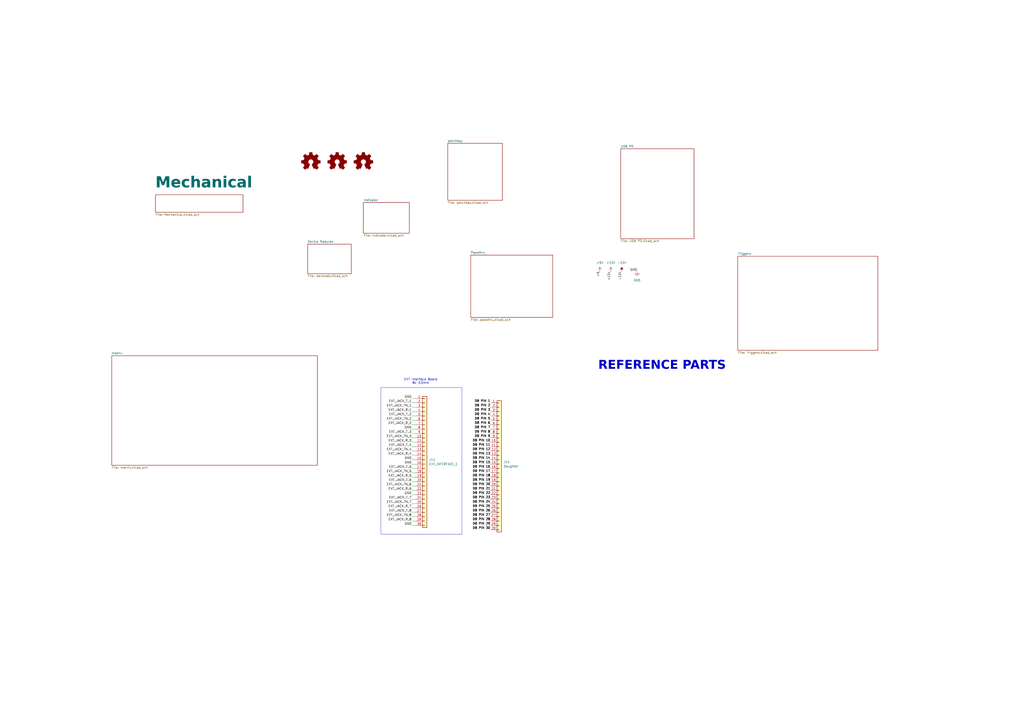
<source format=kicad_sch>
(kicad_sch (version 20231120) (generator "eeschema") (generator_version "8.0")
  (paper "A2")
  (title_block (title "Audio Thing Template") (date "2024-11-13") (rev "1.0") (company "velvia-fifty") (comment 1 "https://github.com/velvia-fifty/AudioThings") (comment 2 "You should have changed this already :)") (comment 4 "Stay humble"))
  (lib_symbols
    (symbol "Connector_Generic:Conn_01x30" (pin_names (offset 1.016) hide)
      (property "Reference" "J" (at 0 38.1 0))
      (property "Value" "Conn_01x30" (at 0 -40.64 0))
      (symbol "Conn_01x30_1_1"
        (rectangle (start -1.27 -37.973) (end 0 -38.227) (stroke (width 0.1524)))
        (rectangle (start -1.27 -35.433) (end 0 -35.687) (stroke (width 0.1524)))
        (rectangle (start -1.27 -32.893) (end 0 -33.147) (stroke (width 0.1524)))
        (rectangle (start -1.27 -30.353) (end 0 -30.607) (stroke (width 0.1524)))
        (rectangle (start -1.27 -27.813) (end 0 -28.067) (stroke (width 0.1524)))
        (rectangle (start -1.27 -25.273) (end 0 -25.527) (stroke (width 0.1524)))
        (rectangle (start -1.27 -22.733) (end 0 -22.987) (stroke (width 0.1524)))
        (rectangle (start -1.27 -20.193) (end 0 -20.447) (stroke (width 0.1524)))
        (rectangle (start -1.27 -17.653) (end 0 -17.907) (stroke (width 0.1524)))
        (rectangle (start -1.27 -15.113) (end 0 -15.367) (stroke (width 0.1524)))
        (rectangle (start -1.27 -12.573) (end 0 -12.827) (stroke (width 0.1524)))
        (rectangle (start -1.27 -10.033) (end 0 -10.287) (stroke (width 0.1524)))
        (rectangle (start -1.27 -7.493) (end 0 -7.747) (stroke (width 0.1524)))
        (rectangle (start -1.27 -4.953) (end 0 -5.207) (stroke (width 0.1524)))
        (rectangle (start -1.27 -2.413) (end 0 -2.667) (stroke (width 0.1524)))
        (rectangle (start -1.27 0.127) (end 0 -0.127) (stroke (width 0.1524)))
        (rectangle (start -1.27 2.667) (end 0 2.413) (stroke (width 0.1524)))
        (rectangle (start -1.27 5.207) (end 0 4.953) (stroke (width 0.1524)))
        (rectangle (start -1.27 7.747) (end 0 7.493) (stroke (width 0.1524)))
        (rectangle (start -1.27 10.287) (end 0 10.033) (stroke (width 0.1524)))
        (rectangle (start -1.27 12.827) (end 0 12.573) (stroke (width 0.1524)))
        (rectangle (start -1.27 15.367) (end 0 15.113) (stroke (width 0.1524)))
        (rectangle (start -1.27 17.907) (end 0 17.653) (stroke (width 0.1524)))
        (rectangle (start -1.27 20.447) (end 0 20.193) (stroke (width 0.1524)))
        (rectangle (start -1.27 22.987) (end 0 22.733) (stroke (width 0.1524)))
        (rectangle (start -1.27 25.527) (end 0 25.273) (stroke (width 0.1524)))
        (rectangle (start -1.27 28.067) (end 0 27.813) (stroke (width 0.1524)))
        (rectangle (start -1.27 30.607) (end 0 30.353) (stroke (width 0.1524)))
        (rectangle (start -1.27 33.147) (end 0 32.893) (stroke (width 0.1524)))
        (rectangle (start -1.27 35.687) (end 0 35.433) (stroke (width 0.1524)))
        (rectangle (start -1.27 36.83) (end 1.27 -39.37) (stroke (width 0.254)) (fill (type background)))
        (pin passive line (at -5.08 35.56 0) (length 3.81) (name "Pin_1") (number "1"))
        (pin passive line (at -5.08 12.7 0) (length 3.81) (name "Pin_10") (number "10"))
        (pin passive line (at -5.08 10.16 0) (length 3.81) (name "Pin_11") (number "11"))
        (pin passive line (at -5.08 7.62 0) (length 3.81) (name "Pin_12") (number "12"))
        (pin passive line (at -5.08 5.08 0) (length 3.81) (name "Pin_13") (number "13"))
        (pin passive line (at -5.08 2.54 0) (length 3.81) (name "Pin_14") (number "14"))
        (pin passive line (at -5.08 0 0) (length 3.81) (name "Pin_15") (number "15"))
        (pin passive line (at -5.08 -2.54 0) (length 3.81) (name "Pin_16") (number "16"))
        (pin passive line (at -5.08 -5.08 0) (length 3.81) (name "Pin_17") (number "17"))
        (pin passive line (at -5.08 -7.62 0) (length 3.81) (name "Pin_18") (number "18"))
        (pin passive line (at -5.08 -10.16 0) (length 3.81) (name "Pin_19") (number "19"))
        (pin passive line (at -5.08 33.02 0) (length 3.81) (name "Pin_2") (number "2"))
        (pin passive line (at -5.08 -12.7 0) (length 3.81) (name "Pin_20") (number "20"))
        (pin passive line (at -5.08 -15.24 0) (length 3.81) (name "Pin_21") (number "21"))
        (pin passive line (at -5.08 -17.78 0) (length 3.81) (name "Pin_22") (number "22"))
        (pin passive line (at -5.08 -20.32 0) (length 3.81) (name "Pin_23") (number "23"))
        (pin passive line (at -5.08 -22.86 0) (length 3.81) (name "Pin_24") (number "24"))
        (pin passive line (at -5.08 -25.4 0) (length 3.81) (name "Pin_25") (number "25"))
        (pin passive line (at -5.08 -27.94 0) (length 3.81) (name "Pin_26") (number "26"))
        (pin passive line (at -5.08 -30.48 0) (length 3.81) (name "Pin_27") (number "27"))
        (pin passive line (at -5.08 -33.02 0) (length 3.81) (name "Pin_28") (number "28"))
        (pin passive line (at -5.08 -35.56 0) (length 3.81) (name "Pin_29") (number "29"))
        (pin passive line (at -5.08 30.48 0) (length 3.81) (name "Pin_3") (number "3"))
        (pin passive line (at -5.08 -38.1 0) (length 3.81) (name "Pin_30") (number "30"))
        (pin passive line (at -5.08 27.94 0) (length 3.81) (name "Pin_4") (number "4"))
        (pin passive line (at -5.08 25.4 0) (length 3.81) (name "Pin_5") (number "5"))
        (pin passive line (at -5.08 22.86 0) (length 3.81) (name "Pin_6") (number "6"))
        (pin passive line (at -5.08 20.32 0) (length 3.81) (name "Pin_7") (number "7"))
        (pin passive line (at -5.08 17.78 0) (length 3.81) (name "Pin_8") (number "8"))
        (pin passive line (at -5.08 15.24 0) (length 3.81) (name "Pin_9") (number "9"))
      )
    )
    (symbol "Graphic:Logo_Open_Hardware_Small" (in_bom no) (on_board no)
      (symbol "Logo_Open_Hardware_Small_0_1"
        (polyline (pts (xy 3.3528 -4.3434) (xy 3.302 -4.318) (xy 3.175 -4.2418) (xy 2.9972 -4.1148) (xy 2.7686 -3.9624) (xy 2.54 -3.81) (xy 2.3622 -3.7084) (xy 2.2352 -3.6068) (xy 2.1844 -3.5814) (xy 2.159 -3.6068) (xy 2.0574 -3.6576) (xy 1.905 -3.7338) (xy 1.8034 -3.7846) (xy 1.6764 -3.8354) (xy 1.6002 -3.8354) (xy 1.6002 -3.8354) (xy 1.5494 -3.7338) (xy 1.4732 -3.5306) (xy 1.3462 -3.302) (xy 1.2446 -3.0226) (xy 1.1176 -2.7178) (xy 0.9652 -2.413) (xy 0.8636 -2.1082) (xy 0.7366 -1.8288) (xy 0.6604 -1.6256) (xy 0.6096 -1.4732) (xy 0.5842 -1.397) (xy 0.5842 -1.397) (xy 0.6604 -1.3208) (xy 0.7874 -1.2446) (xy 1.0414 -1.016) (xy 1.2954 -0.6858) (xy 1.4478 -0.3302) (xy 1.524 0.0762) (xy 1.4732 0.4572) (xy 1.3208 0.8128) (xy 1.0668 1.143) (xy 0.762 1.3716) (xy 0.4064 1.524) (xy 0 1.5748) (xy -0.381 1.5494) (xy -0.7366 1.397) (xy -1.0668 1.143) (xy -1.2192 0.9906) (xy -1.397 0.6604) (xy -1.524 0.3048) (xy -1.524 0.2286) (xy -1.4986 -0.1778) (xy -1.397 -0.5334) (xy -1.1938 -0.8636) (xy -0.9144 -1.143) (xy -0.8636 -1.1684) (xy -0.7366 -1.27) (xy -0.635 -1.3462) (xy -0.5842 -1.397) (xy -1.0668 -2.5908) (xy -1.143 -2.794) (xy -1.2954 -3.1242) (xy -1.397 -3.4036) (xy -1.4986 -3.6322) (xy -1.5748 -3.7846) (xy -1.6002 -3.8354) (xy -1.6002 -3.8354) (xy -1.651 -3.8354) (xy -1.7272 -3.81) (xy -1.905 -3.7338) (xy -2.0066 -3.683) (xy -2.1336 -3.6068) (xy -2.2098 -3.5814) (xy -2.2606 -3.6068) (xy -2.3622 -3.683) (xy -2.54 -3.81) (xy -2.7686 -3.9624) (xy -2.9718 -4.0894) (xy -3.1496 -4.2164) (xy -3.302 -4.318) (xy -3.3528 -4.3434) (xy -3.3782 -4.3434) (xy -3.429 -4.318) (xy -3.5306 -4.2164) (xy -3.7084 -4.064) (xy -3.937 -3.8354) (xy -3.9624 -3.81) (xy -4.1656 -3.6068) (xy -4.318 -3.4544) (xy -4.4196 -3.3274) (xy -4.445 -3.2766) (xy -4.445 -3.2766) (xy -4.4196 -3.2258) (xy -4.318 -3.0734) (xy -4.2164 -2.8956) (xy -4.064 -2.667) (xy -3.6576 -2.0828) (xy -3.8862 -1.5494) (xy -3.937 -1.3716) (xy -4.0386 -1.1684) (xy -4.0894 -1.0414) (xy -4.1148 -0.9652) (xy -4.191 -0.9398) (xy -4.318 -0.9144) (xy -4.5466 -0.8636) (xy -4.8006 -0.8128) (xy -5.0546 -0.7874) (xy -5.2578 -0.7366) (xy -5.4356 -0.7112) (xy -5.5118 -0.6858) (xy -5.5118 -0.6858) (xy -5.5372 -0.635) (xy -5.5372 -0.5588) (xy -5.5372 -0.4318) (xy -5.5626 -0.2286) (xy -5.5626 0.0762) (xy -5.5626 0.127) (xy -5.5372 0.4064) (xy -5.5372 0.635) (xy -5.5372 0.762) (xy -5.5372 0.8382) (xy -5.5372 0.8382) (xy -5.461 0.8382) (xy -5.3086 0.889) (xy -5.08 0.9144) (xy -4.826 0.9652) (xy -4.8006 0.9906) (xy -4.5466 1.0414) (xy -4.318 1.0668) (xy -4.1656 1.1176) (xy -4.0894 1.143) (xy -4.0894 1.143) (xy -4.0386 1.2446) (xy -3.9624 1.4224) (xy -3.8608 1.6256) (xy -3.7846 1.8288) (xy -3.7084 2.0066) (xy -3.6576 2.159) (xy -3.6322 2.2098) (xy -3.6322 2.2098) (xy -3.683 2.286) (xy -3.7592 2.413) (xy -3.8862 2.5908) (xy -4.064 2.8194) (xy -4.064 2.8448) (xy -4.2164 3.0734) (xy -4.3434 3.2512) (xy -4.4196 3.3782) (xy -4.445 3.4544) (xy -4.445 3.4544) (xy -4.3942 3.5052) (xy -4.2926 3.6322) (xy -4.1148 3.81) (xy -3.937 4.0132) (xy -3.8608 4.064) (xy -3.6576 4.2926) (xy -3.5052 4.4196) (xy -3.4036 4.4958) (xy -3.3528 4.5212) (xy -3.3528 4.5212) (xy -3.302 4.4704) (xy -3.1496 4.3688) (xy -2.9718 4.2418) (xy -2.7432 4.0894) (xy -2.7178 4.0894) (xy -2.4892 3.937) (xy -2.3114 3.81) (xy -2.1844 3.7084) (xy -2.1336 3.683) (xy -2.1082 3.683) (xy -2.032 3.7084) (xy -1.8542 3.7592) (xy -1.6764 3.8354) (xy -1.4732 3.937) (xy -1.27 4.0132) (xy -1.143 4.064) (xy -1.0668 4.1148) (xy -1.0668 4.1148) (xy -1.0414 4.191) (xy -1.016 4.3434) (xy -0.9652 4.572) (xy -0.9144 4.8514) (xy -0.889 4.9022) (xy -0.8382 5.1562) (xy -0.8128 5.3848) (xy -0.7874 5.5372) (xy -0.762 5.588) (xy -0.7112 5.6134) (xy -0.5842 5.6134) (xy -0.4064 5.6134) (xy -0.1524 5.6134) (xy 0.0762 5.6134) (xy 0.3302 5.6134) (xy 0.5334 5.6134) (xy 0.6858 5.588) (xy 0.7366 5.588) (xy 0.7366 5.588) (xy 0.762 5.5118) (xy 0.8128 5.334) (xy 0.8382 5.1054) (xy 0.9144 4.826) (xy 0.9144 4.7752) (xy 0.9652 4.5212) (xy 1.016 4.2926) (xy 1.0414 4.1402) (xy 1.0668 4.0894) (xy 1.0668 4.0894) (xy 1.1938 4.0386) (xy 1.3716 3.9624) (xy 1.5748 3.8608) (xy 2.0828 3.6576) (xy 2.7178 4.0894) (xy 2.7686 4.1402) (xy 2.9972 4.2926) (xy 3.175 4.4196) (xy 3.302 4.4958) (xy 3.3782 4.5212) (xy 3.3782 4.5212) (xy 3.429 4.4704) (xy 3.556 4.3434) (xy 3.7338 4.191) (xy 3.9116 3.9878) (xy 4.064 3.8354) (xy 4.2418 3.6576) (xy 4.3434 3.556) (xy 4.4196 3.4798) (xy 4.4196 3.429) (xy 4.4196 3.4036) (xy 4.3942 3.3274) (xy 4.2926 3.2004) (xy 4.1656 2.9972) (xy 4.0132 2.794) (xy 3.8862 2.5908) (xy 3.7592 2.3876) (xy 3.6576 2.2352) (xy 3.6322 2.159) (xy 3.6322 2.1336) (xy 3.683 2.0066) (xy 3.7592 1.8288) (xy 3.8608 1.6002) (xy 4.064 1.1176) (xy 4.3942 1.0414) (xy 4.5974 1.016) (xy 4.8768 0.9652) (xy 5.1308 0.9144) (xy 5.5372 0.8382) (xy 5.5626 -0.6604) (xy 5.4864 -0.6858) (xy 5.4356 -0.6858) (xy 5.2832 -0.7366) (xy 5.0546 -0.762) (xy 4.8006 -0.8128) (xy 4.5974 -0.8636) (xy 4.3688 -0.9144) (xy 4.2164 -0.9398) (xy 4.1402 -0.9398) (xy 4.1148 -0.9652) (xy 4.064 -1.0668) (xy 3.9878 -1.2446) (xy 3.9116 -1.4478) (xy 3.81 -1.651) (xy 3.7338 -1.8542) (xy 3.683 -2.0066) (xy 3.6576 -2.0828) (xy 3.683 -2.1336) (xy 3.7846 -2.2606) (xy 3.8862 -2.4638) (xy 4.0386 -2.667) (xy 4.191 -2.8956) (xy 4.318 -3.0734) (xy 4.3942 -3.2004) (xy 4.445 -3.2766) (xy 4.4196 -3.3274) (xy 4.3434 -3.429) (xy 4.1656 -3.5814) (xy 3.937 -3.8354) (xy 3.8862 -3.8608) (xy 3.683 -4.064) (xy 3.5306 -4.2164) (xy 3.4036 -4.318) (xy 3.3528 -4.3434)) (fill (type outline)))
      )
    )
    (symbol "power:+12V" (power) (pin_numbers hide) (pin_names (offset 0) hide)
      (property "Value" "+12V" (at 0 3.556 0))
      (symbol "+12V_0_1"
        (polyline (pts (xy -0.762 1.27) (xy 0 2.54)))
        (polyline (pts (xy 0 0) (xy 0 2.54)))
        (polyline (pts (xy 0 2.54) (xy 0.762 1.27)))
      )
      (symbol "+12V_1_1"
        (pin power_in line (at 0 0 90) (length 0) (name "~") (number "1"))
      )
    )
    (symbol "power:+5V" (power) (pin_numbers hide) (pin_names (offset 0) hide)
      (property "Value" "+5V" (at 0 3.556 0))
      (symbol "+5V_0_1"
        (polyline (pts (xy -0.762 1.27) (xy 0 2.54)))
        (polyline (pts (xy 0 0) (xy 0 2.54)))
        (polyline (pts (xy 0 2.54) (xy 0.762 1.27)))
      )
      (symbol "+5V_1_1"
        (pin power_in line (at 0 0 90) (length 0) (name "~") (number "1"))
      )
    )
    (symbol "power:-12V" (power) (pin_numbers hide) (pin_names (offset 0) hide)
      (property "Value" "-12V" (at 0 3.556 0))
      (symbol "-12V_0_0"
        (pin power_in line (at 0 0 90) (length 0) (name "~") (number "1"))
      )
      (symbol "-12V_0_1"
        (polyline (pts (xy 0 0) (xy 0 1.27) (xy 0.762 1.27) (xy 0 2.54) (xy -0.762 1.27) (xy 0 1.27)) (fill (type outline)))
      )
    )
    (symbol "power:GND" (power) (pin_numbers hide) (pin_names (offset 0) hide)
      (property "Value" "GND" (at 0 -3.81 0))
      (symbol "GND_0_1"
        (polyline (pts (xy 0 0) (xy 0 -1.27) (xy 1.27 -1.27) (xy 0 -2.54) (xy -1.27 -1.27) (xy 0 -1.27)))
      )
      (symbol "GND_1_1"
        (pin power_in line (at 0 0 270) (length 0) (name "~") (number "1"))
      )
    )
  )
  (wire (pts (xy 241.3 284.48) (xy 238.76 284.48)))
  (wire (pts (xy 241.3 261.62) (xy 238.76 261.62)))
  (wire (pts (xy 241.3 289.56) (xy 238.76 289.56)))
  (wire (pts (xy 241.3 271.78) (xy 238.76 271.78)))
  (wire (pts (xy 241.3 231.14) (xy 238.76 231.14)))
  (wire (pts (xy 241.3 233.68) (xy 238.76 233.68)))
  (wire (pts (xy 241.3 251.46) (xy 238.76 251.46)))
  (wire (pts (xy 241.3 266.7) (xy 238.76 266.7)))
  (wire (pts (xy 241.3 256.54) (xy 238.76 256.54)))
  (wire (pts (xy 241.3 238.76) (xy 238.76 238.76)))
  (wire (pts (xy 241.3 254) (xy 238.76 254)))
  (wire (pts (xy 241.3 259.08) (xy 238.76 259.08)))
  (wire (pts (xy 241.3 248.92) (xy 238.76 248.92)))
  (wire (pts (xy 241.3 241.3) (xy 238.76 241.3)))
  (wire (pts (xy 241.3 236.22) (xy 238.76 236.22)))
  (wire (pts (xy 241.3 264.16) (xy 238.76 264.16)))
  (wire (pts (xy 241.3 304.8) (xy 238.76 304.8)))
  (wire (pts (xy 241.3 281.94) (xy 238.76 281.94)))
  (wire (pts (xy 241.3 279.4) (xy 238.76 279.4)))
  (wire (pts (xy 241.3 274.32) (xy 238.76 274.32)))
  (wire (pts (xy 241.3 243.84) (xy 238.76 243.84)))
  (wire (pts (xy 241.3 297.18) (xy 238.76 297.18)))
  (wire (pts (xy 241.3 269.24) (xy 238.76 269.24)))
  (wire (pts (xy 241.3 299.72) (xy 238.76 299.72)))
  (wire (pts (xy 241.3 302.26) (xy 238.76 302.26)))
  (wire (pts (xy 241.3 294.64) (xy 238.76 294.64)))
  (wire (pts (xy 241.3 276.86) (xy 238.76 276.86)))
  (wire (pts (xy 241.3 246.38) (xy 238.76 246.38)))
  (wire (pts (xy 241.3 287.02) (xy 238.76 287.02)))
  (wire (pts (xy 241.3 292.1) (xy 238.76 292.1)))
  (rectangle (start 220.98 224.79) (end 267.97 309.88))
  (text "REFERENCE PARTS" (at 384.048 213.36 0) (effects (font (size 5.08 5.08) (thickness 1.016) (bold yes))))
  (text "EXT Interface Board\n8x 3.5mm" (at 244.094 221.234 0) (effects (font (size 1.27 1.27))))
  (label "+5" (at 347.98 157.48 270))
  (label "EXT_JACK_TN_1" (at 238.76 236.22 180))
  (label "GND" (at 238.76 266.7 180))
  (label "EXT_JACK_T_4" (at 238.76 259.08 180))
  (label "GND" (at 238.76 231.14 180))
  (label "DB PIN 8" (at 284.48 251.46 180) (effects (font (thickness 0.254) (bold yes))))
  (label "DB PIN 28" (at 284.48 302.26 180) (effects (font (thickness 0.254) (bold yes))))
  (label "DB PIN 20" (at 284.48 281.94 180) (effects (font (thickness 0.254) (bold yes))))
  (label "DB PIN 11" (at 284.48 259.08 180) (effects (font (thickness 0.254) (bold yes))))
  (label "EXT_JACK_T_3" (at 238.76 251.46 180))
  (label "GND" (at 238.76 248.92 180))
  (label "EXT_JACK_TN_4" (at 238.76 261.62 180))
  (label "DB PIN 14" (at 284.48 266.7 180) (effects (font (thickness 0.254) (bold yes))))
  (label "DB PIN 24" (at 284.48 292.1 180) (effects (font (thickness 0.254) (bold yes))))
  (label "EXT_JACK_R_3" (at 238.76 256.54 180))
  (label "DB PIN 3" (at 284.48 238.76 180) (effects (font (thickness 0.254) (bold yes))))
  (label "DB PIN 13" (at 284.48 264.16 180) (effects (font (thickness 0.254) (bold yes))))
  (label "-12v" (at 360.68 157.48 270))
  (label "DB PIN 18" (at 284.48 276.86 180) (effects (font (thickness 0.254) (bold yes))))
  (label "EXT_JACK_R_2" (at 238.76 246.38 180))
  (label "EXT_JACK_R_8" (at 238.76 302.26 180))
  (label "GND" (at 369.57 157.48 180))
  (label "EXT_JACK_T_2" (at 238.76 241.3 180))
  (label "GND" (at 238.76 287.02 180))
  (label "EXT_JACK_T_5" (at 238.76 271.78 180))
  (label "EXT_JACK_TN_7" (at 238.76 292.1 180))
  (label "DB PIN 10" (at 284.48 256.54 180) (effects (font (thickness 0.254) (bold yes))))
  (label "DB PIN 30" (at 284.48 307.34 180) (effects (font (thickness 0.254) (bold yes))))
  (label "EXT_JACK_TN_5" (at 238.76 274.32 180))
  (label "EXT_JACK_TN_2" (at 238.76 243.84 180))
  (label "EXT_JACK_TN_8" (at 238.76 299.72 180))
  (label "EXT_JACK_R_7" (at 238.76 294.64 180))
  (label "DB PIN 7" (at 284.48 248.92 180) (effects (font (thickness 0.254) (bold yes))))
  (label "DB PIN 9" (at 284.48 254 180) (effects (font (thickness 0.254) (bold yes))))
  (label "EXT_JACK_R_4" (at 238.76 264.16 180))
  (label "DB PIN 1" (at 284.48 233.68 180) (effects (font (thickness 0.254) (bold yes))))
  (label "DB PIN 2" (at 284.48 236.22 180) (effects (font (thickness 0.254) (bold yes))))
  (label "GND" (at 238.76 269.24 180))
  (label "GND" (at 238.76 304.8 180))
  (label "DB PIN 15" (at 284.48 269.24 180) (effects (font (thickness 0.254) (bold yes))))
  (label "DB PIN 19" (at 284.48 279.4 180) (effects (font (thickness 0.254) (bold yes))))
  (label "EXT_JACK_TN_6" (at 238.76 281.94 180))
  (label "DB PIN 21" (at 284.48 284.48 180) (effects (font (thickness 0.254) (bold yes))))
  (label "DB PIN 4" (at 284.48 241.3 180) (effects (font (thickness 0.254) (bold yes))))
  (label "DB PIN 25" (at 284.48 294.64 180) (effects (font (thickness 0.254) (bold yes))))
  (label "DB PIN 12" (at 284.48 261.62 180) (effects (font (thickness 0.254) (bold yes))))
  (label "DB PIN 29" (at 284.48 304.8 180) (effects (font (thickness 0.254) (bold yes))))
  (label "DB PIN 22" (at 284.48 287.02 180) (effects (font (thickness 0.254) (bold yes))))
  (label "EXT_JACK_R_1" (at 238.76 238.76 180))
  (label "EXT_JACK_R_6" (at 238.76 284.48 180))
  (label "EXT_JACK_T_6" (at 238.76 279.4 180))
  (label "DB PIN 6" (at 284.48 246.38 180) (effects (font (thickness 0.254) (bold yes))))
  (label "EXT_JACK_TN_3" (at 238.76 254 180))
  (label "+12v" (at 354.33 157.48 270))
  (label "DB PIN 16" (at 284.48 271.78 180) (effects (font (thickness 0.254) (bold yes))))
  (label "DB PIN 23" (at 284.48 289.56 180) (effects (font (thickness 0.254) (bold yes))))
  (label "EXT_JACK_T_8" (at 238.76 297.18 180))
  (label "EXT_JACK_T_1" (at 238.76 233.68 180))
  (label "EXT_JACK_R_5" (at 238.76 276.86 180))
  (label "DB PIN 5" (at 284.48 243.84 180) (effects (font (thickness 0.254) (bold yes))))
  (label "DB PIN 17" (at 284.48 274.32 180) (effects (font (thickness 0.254) (bold yes))))
  (label "DB PIN 27" (at 284.48 299.72 180) (effects (font (thickness 0.254) (bold yes))))
  (label "EXT_JACK_T_7" (at 238.76 289.56 180))
  (label "DB PIN 26" (at 284.48 297.18 180) (effects (font (thickness 0.254) (bold yes))))
  (symbol (lib_id "power:-12V") (at 360.68 157.48 0) (unit 1)
    (property "Reference" "#PWR023" (effects (hide yes)))
    (property "Value" "-12V" (at 360.68 152.4 0))
    (property "Description" "Power symbol creates a global label with name \"-12V\"" (effects (hide yes)))
  )
  (symbol (lib_id "Graphic:Logo_Open_Hardware_Small") (at 210.82 93.98 0) (unit 1) (exclude_from_sim yes) (in_bom no) (on_board no)
    (property "Reference" "#SYM3" (effects (hide yes)))
    (property "Value" "CC" (effects (hide yes)))
    (property "Footprint" "Symbol:Symbol_CreativeCommons_SilkScreenTop_Type2_Big" (effects (hide yes)))
    (property "Description" "CC" (effects (hide yes)))
  )
  (symbol (lib_id "power:+5V") (at 347.98 157.48 0) (unit 1)
    (property "Reference" "#PWR021" (effects (hide yes)))
    (property "Value" "+5V" (at 347.98 152.4 0))
    (property "Description" "Power symbol creates a global label with name \"+5V\"" (effects (hide yes)))
  )
  (symbol (lib_id "Connector_Generic:Conn_01x30") (at 289.56 269.24 0) (unit 1) (on_board no)
    (property "Reference" "J14" (at 292.1 267.9699 0) (effects (justify left)))
    (property "Value" "Daughter" (at 292.1 270.5099 0) (effects (justify left)))
    (property "Footprint" "AT-Footprints:AMPHENOL_SFV30R-4STE1HLF - FFC - 30 RA" (effects (hide yes)))
    (property "Description" "Generic connector, single row, 01x30, script generated (kicad-library-utils/schlib/autogen/connector/)" (effects (hide yes)))
  )
  (symbol (lib_id "power:GND") (at 369.57 157.48 0) (unit 1)
    (property "Reference" "#PWR024" (effects (hide yes)))
    (property "Value" "GND" (at 369.57 162.56 0))
    (property "Description" "Power symbol creates a global label with name \"GND\" , ground" (effects (hide yes)))
  )
  (symbol (lib_id "power:+12V") (at 354.33 157.48 0) (unit 1)
    (property "Reference" "#PWR022" (effects (hide yes)))
    (property "Value" "+12V" (at 354.33 152.4 0))
    (property "Description" "Power symbol creates a global label with name \"+12V\"" (effects (hide yes)))
  )
  (symbol (lib_id "Graphic:Logo_Open_Hardware_Small") (at 195.58 93.98 0) (unit 1) (exclude_from_sim yes) (in_bom no) (on_board no)
    (property "Reference" "#SYM2" (effects (hide yes)))
    (property "Value" "Logo Kicad" (effects (hide yes)))
    (property "Footprint" "Symbol:KiCad-Logo2_5mm_SilkScreen" (effects (hide yes)))
    (property "Description" "Logo Kicadx" (effects (hide yes)))
  )
  (symbol (lib_id "Graphic:Logo_Open_Hardware_Small") (at 180.34 93.98 0) (unit 1) (exclude_from_sim yes) (in_bom no)
    (property "Reference" "#SYM1" (effects (hide yes)))
    (property "Value" "Logo_Open_Hardware_Small" (effects (hide yes)))
    (property "Footprint" "Symbol:OSHW-Logo2_7.3x6mm_SilkScreen" (effects (hide yes)))
    (property "Description" "Open Hardware logo, small" (effects (hide yes)))
  )
  (symbol (lib_id "Connector_Generic:Conn_01x30") (at 246.38 266.7 0) (unit 1) (on_board no)
    (property "Reference" "J11" (at 248.92 266.6999 0) (effects (justify left)))
    (property "Value" "EXT_INTERFACE_1" (at 248.92 269.2399 0) (effects (justify left)))
    (property "Footprint" "AT-Footprints:AMPHENOL_SFV30R-4STE1HLF - FFC - 30 RA" (effects (hide yes)))
    (property "Description" "Generic connector, single row, 01x30, script generated (kicad-library-utils/schlib/autogen/connector/)" (effects (hide yes)))
  )
  (sheet (at 178.435 141.605) (size 25.4 17.145) (stroke (width 0.1524))
    (property "Sheetname" "Device Modules" (at 178.435 140.8934 0) (effects (justify left bottom)))
    (property "Sheetfile" "devmods.kicad_sch" (at 178.435 159.3346 0) (effects (justify left top)))
  )
  (sheet (at 210.82 117.475) (size 26.67 17.78) (stroke (width 0.1524))
    (property "Sheetname" "Indicator" (at 210.82 116.7634 0) (effects (justify left bottom)))
    (property "Sheetfile" "Indicator.kicad_sch" (at 210.82 135.8396 0) (effects (justify left top)))
  )
  (sheet (at 360.045 86.36) (size 42.545 52.07) (stroke (width 0.1524))
    (property "Sheetname" "USB PD" (at 360.045 85.6484 0) (effects (justify left bottom)))
    (property "Sheetfile" "USB PD.kicad_sch" (at 360.045 139.0146 0) (effects (justify left top)))
  )
  (sheet (at 259.715 83.185) (size 31.75 33.02) (stroke (width 0.1524))
    (property "Sheetname" "patchbay" (at 259.715 82.4734 0) (effects (justify left bottom)))
    (property "Sheetfile" "patchbay.kicad_sch" (at 259.715 116.7896 0) (effects (justify left top)))
  )
  (sheet (at 427.99 148.59) (size 81.28 54.61) (stroke (width 0.1524))
    (property "Sheetname" "Triggers" (at 427.99 147.8784 0) (effects (justify left bottom)))
    (property "Sheetfile" "Triggers.kicad_sch" (at 427.99 203.7846 0) (effects (justify left top)))
  )
  (sheet (at 64.77 206.375) (size 119.38 63.5) (stroke (width 0.1524))
    (property "Sheetname" "matrix" (at 64.77 205.6634 0) (effects (justify left bottom)))
    (property "Sheetfile" "matrix.kicad_sch" (at 64.77 270.4596 0) (effects (justify left top)))
  )
  (sheet (at 273.05 147.955) (size 47.625 36.195) (stroke (width 0.1524))
    (property "Sheetname" "Passthru" (at 273.05 147.2434 0) (effects (justify left bottom)))
    (property "Sheetfile" "passthru.kicad_sch" (at 273.05 184.7346 0) (effects (justify left top)))
  )
  (sheet (at 90.17 113.03) (size 50.8 10.16) (stroke (width 0.1524))
    (property "Sheetname" "Mechanical" (at 90.17 109.7784 0) (effects (font (size 6.35 6.35) (thickness 1.27) (bold yes)) (justify left bottom)))
    (property "Sheetfile" "Mechanical.kicad_sch" (at 90.17 123.7746 0) (effects (justify left top)))
  )
)
</source>
